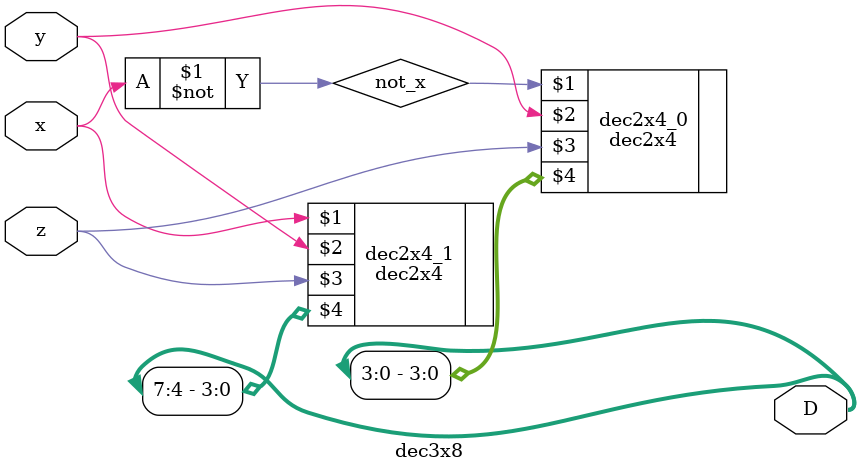
<source format=v>
module dec3x8(
input x,y,z,
output [7:0] D );

wire not_x;
not(not_x,x);

dec2x4 dec2x4_0(not_x,y,z,D[3:0]);
dec2x4 dec2x4_1(x,y,z,D[7:4]);

endmodule 
</source>
